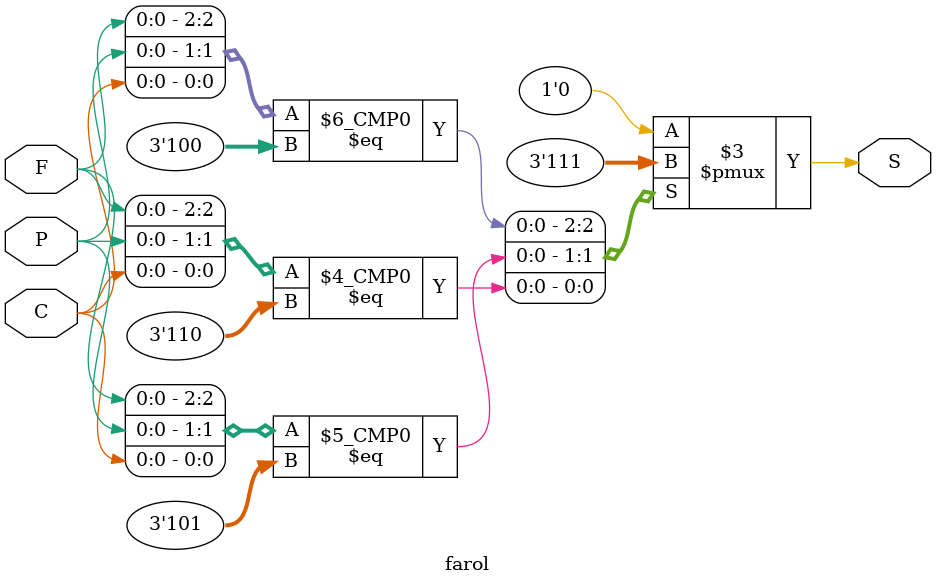
<source format=v>
module farol(F,C,P,S);
	output S;
	input F, C, P;
	reg S;
	
	always @(F,P,C)
		begin
			case({F,P,C})
				3'b100: S = 1;
				3'b101: S = 1;
				3'b110: S = 1;
				
				default: S = 0;
			endcase
	end
endmodule
		
</source>
